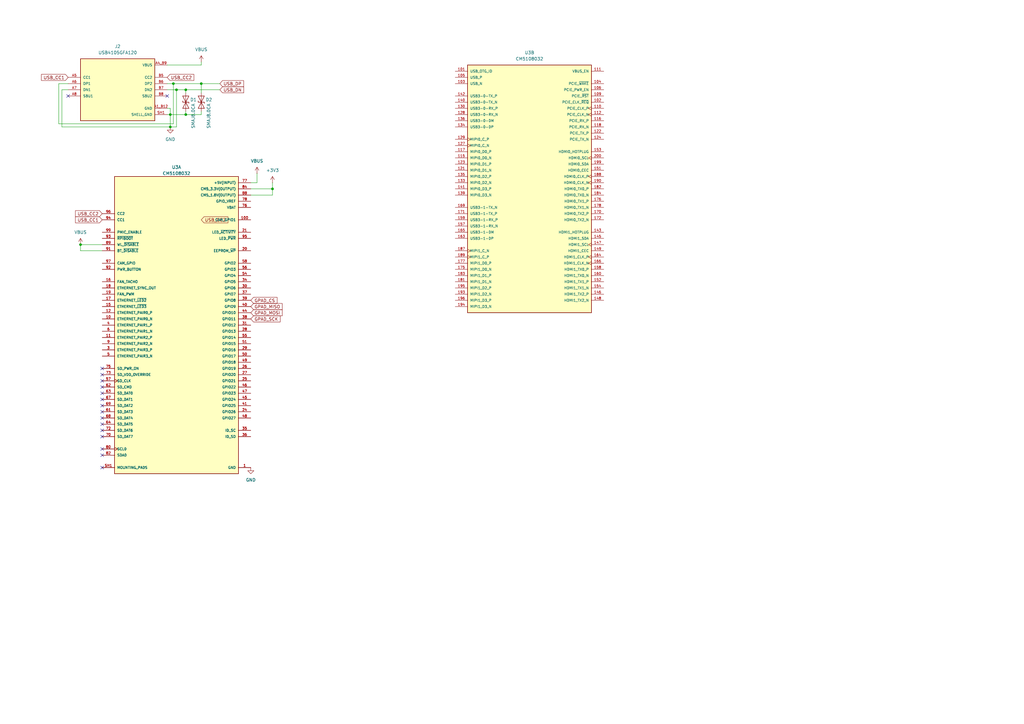
<source format=kicad_sch>
(kicad_sch (version 20250114) (generator "eeschema") (generator_version "9.0")
  (paper "A3")
  (title_block (title "KrabaFlip") (rev "2025.11.27") (company "KrabaTek"))
  (lib_symbols
    (symbol "CM5108032:CM5108032" (pin_names (offset 1.016))
      (property "Reference" "U" (at -25.4 61.722 0))
      (property "Value" "CM5108032" (at -25.4 -61.722 0))
      (symbol "CM5108032_1_0"
        (rectangle (start -25.4 -60.96) (end 25.4 60.96) (stroke (width 0.254)) (fill (type background)))
        (pin bidirectional line (at -30.48 45.72 0) (length 5.08) (name "CC2") (number "96"))
        (pin bidirectional line (at -30.48 43.18 0) (length 5.08) (name "CC1") (number "94"))
        (pin input line (at -30.48 38.1 0) (length 5.08) (name "PMIC_ENABLE") (number "99"))
        (pin input line (at -30.48 35.56 0) (length 5.08) (name "~{RPIBOOT}") (number "93"))
        (pin input line (at -30.48 33.02 0) (length 5.08) (name "WL_~{DISABLE}") (number "89"))
        (pin input line (at -30.48 30.48 0) (length 5.08) (name "BT_~{DISABLE}") (number "91"))
        (pin bidirectional line (at -30.48 25.4 0) (length 5.08) (name "CAM_GPIO") (number "97"))
        (pin input line (at -30.48 22.86 0) (length 5.08) (name "PWR_BUTTON") (number "92"))
        (pin input line (at -30.48 17.78 0) (length 5.08) (name "FAN_TACHO") (number "16"))
        (pin output line (at -30.48 15.24 0) (length 5.08) (name "ETHERNET_SYNC_OUT") (number "18"))
        (pin output line (at -30.48 12.7 0) (length 5.08) (name "FAN_PWM") (number "19"))
        (pin output line (at -30.48 10.16 0) (length 5.08) (name "ETHERNET_~{LED2}") (number "17"))
        (pin output line (at -30.48 7.62 0) (length 5.08) (name "ETHERNET_~{LED3}") (number "15"))
        (pin bidirectional line (at -30.48 5.08 0) (length 5.08) (name "ETHERNET_PAIR0_P") (number "12"))
        (pin bidirectional line (at -30.48 2.54 0) (length 5.08) (name "ETHERNET_PAIR0_N") (number "10"))
        (pin bidirectional line (at -30.48 0 0) (length 5.08) (name "ETHERNET_PAIR1_P") (number "4"))
        (pin bidirectional line (at -30.48 -2.54 0) (length 5.08) (name "ETHERNET_PAIR1_N") (number "6"))
        (pin bidirectional line (at -30.48 -5.08 0) (length 5.08) (name "ETHERNET_PAIR2_P") (number "11"))
        (pin bidirectional line (at -30.48 -7.62 0) (length 5.08) (name "ETHERNET_PAIR2_N") (number "9"))
        (pin bidirectional line (at -30.48 -10.16 0) (length 5.08) (name "ETHERNET_PAIR3_P") (number "3"))
        (pin bidirectional line (at -30.48 -12.7 0) (length 5.08) (name "ETHERNET_PAIR3_N") (number "5"))
        (pin output line (at -30.48 -17.78 0) (length 5.08) (name "SD_PWR_ON") (number "75"))
        (pin input line (at -30.48 -20.32 0) (length 5.08) (name "SD_VDD_OVERRIDE") (number "73"))
        (pin bidirectional clock (at -30.48 -22.86 0) (length 5.08) (name "SD_CLK") (number "57"))
        (pin input line (at -30.48 -25.4 0) (length 5.08) (name "SD_CMD") (number "62"))
        (pin bidirectional line (at -30.48 -27.94 0) (length 5.08) (name "SD_DAT0") (number "63"))
        (pin bidirectional line (at -30.48 -30.48 0) (length 5.08) (name "SD_DAT1") (number "67"))
        (pin bidirectional line (at -30.48 -33.02 0) (length 5.08) (name "SD_DAT2") (number "69"))
        (pin bidirectional line (at -30.48 -35.56 0) (length 5.08) (name "SD_DAT3") (number "61"))
        (pin bidirectional line (at -30.48 -38.1 0) (length 5.08) (name "SD_DAT4") (number "68"))
        (pin bidirectional line (at -30.48 -40.64 0) (length 5.08) (name "SD_DAT5") (number "64"))
        (pin bidirectional line (at -30.48 -43.18 0) (length 5.08) (name "SD_DAT6") (number "72"))
        (pin bidirectional line (at -30.48 -45.72 0) (length 5.08) (name "SD_DAT7") (number "70"))
        (pin input clock (at -30.48 -50.8 0) (length 5.08) (name "SCL0") (number "80"))
        (pin bidirectional line (at -30.48 -53.34 0) (length 5.08) (name "SDA0") (number "82"))
        (pin passive line (at -30.48 -58.42 0) (length 5.08) (name "MOUNTING_PADS") (number "SH1"))
        (pin passive line (at -30.48 -58.42 0) (length 5.08) (hide yes) (name "MOUNTING_PADS") (number "SH2"))
        (pin passive line (at -30.48 -58.42 0) (length 5.08) (hide yes) (name "MOUNTING_PADS") (number "SH3"))
        (pin passive line (at -30.48 -58.42 0) (length 5.08) (hide yes) (name "MOUNTING_PADS") (number "SH4"))
        (pin power_in line (at 30.48 58.42 180) (length 5.08) (name "+5V(INPUT)") (number "77"))
        (pin power_in line (at 30.48 58.42 180) (length 5.08) (hide yes) (name "+5V(INPUT)") (number "79"))
        (pin power_in line (at 30.48 58.42 180) (length 5.08) (hide yes) (name "+5V(INPUT)") (number "81"))
        (pin power_in line (at 30.48 58.42 180) (length 5.08) (hide yes) (name "+5V(INPUT)") (number "83"))
        (pin power_in line (at 30.48 58.42 180) (length 5.08) (hide yes) (name "+5V(INPUT)") (number "85"))
        (pin power_in line (at 30.48 58.42 180) (length 5.08) (hide yes) (name "+5V(INPUT)") (number "87"))
        (pin power_in line (at 30.48 55.88 180) (length 5.08) (name "CM5_3.3V(OUTPUT)") (number "84"))
        (pin power_in line (at 30.48 55.88 180) (length 5.08) (hide yes) (name "CM5_3.3V(OUTPUT)") (number "86"))
        (pin power_in line (at 30.48 53.34 180) (length 5.08) (name "CM5_1.8V(OUTPUT)") (number "88"))
        (pin power_in line (at 30.48 53.34 180) (length 5.08) (hide yes) (name "CM5_1.8V(OUTPUT)") (number "90"))
        (pin power_in line (at 30.48 50.8 180) (length 5.08) (name "GPIO_VREF") (number "78"))
        (pin power_in line (at 30.48 48.26 180) (length 5.08) (name "VBAT") (number "76"))
        (pin output line (at 30.48 43.18 180) (length 5.08) (name "CAM_GPIO1") (number "100"))
        (pin bidirectional line (at 30.48 38.1 180) (length 5.08) (name "LED_~{ACTIVITY}") (number "21"))
        (pin output line (at 30.48 35.56 180) (length 5.08) (name "LED_~{PWR}") (number "95"))
        (pin bidirectional line (at 30.48 30.48 180) (length 5.08) (name "EEPROM_~{WP}") (number "20"))
        (pin bidirectional line (at 30.48 25.4 180) (length 5.08) (name "GPIO2") (number "58"))
        (pin bidirectional line (at 30.48 22.86 180) (length 5.08) (name "GPIO3") (number "56"))
        (pin bidirectional line (at 30.48 20.32 180) (length 5.08) (name "GPIO4") (number "54"))
        (pin bidirectional line (at 30.48 17.78 180) (length 5.08) (name "GPIO5") (number "34"))
        (pin bidirectional line (at 30.48 15.24 180) (length 5.08) (name "GPIO6") (number "30"))
        (pin bidirectional line (at 30.48 12.7 180) (length 5.08) (name "GPIO7") (number "37"))
        (pin bidirectional line (at 30.48 10.16 180) (length 5.08) (name "GPIO8") (number "39"))
        (pin bidirectional line (at 30.48 7.62 180) (length 5.08) (name "GPIO9") (number "40"))
        (pin bidirectional line (at 30.48 5.08 180) (length 5.08) (name "GPIO10") (number "44"))
        (pin bidirectional line (at 30.48 2.54 180) (length 5.08) (name "GPIO11") (number "38"))
        (pin bidirectional line (at 30.48 0 180) (length 5.08) (name "GPIO12") (number "31"))
        (pin bidirectional line (at 30.48 -2.54 180) (length 5.08) (name "GPIO13") (number "28"))
        (pin bidirectional line (at 30.48 -5.08 180) (length 5.08) (name "GPIO14") (number "55"))
        (pin bidirectional line (at 30.48 -7.62 180) (length 5.08) (name "GPIO15") (number "51"))
        (pin bidirectional line (at 30.48 -10.16 180) (length 5.08) (name "GPIO16") (number "29"))
        (pin bidirectional line (at 30.48 -12.7 180) (length 5.08) (name "GPIO17") (number "50"))
        (pin bidirectional line (at 30.48 -15.24 180) (length 5.08) (name "GPIO18") (number "49"))
        (pin bidirectional line (at 30.48 -17.78 180) (length 5.08) (name "GPIO19") (number "26"))
        (pin bidirectional line (at 30.48 -20.32 180) (length 5.08) (name "GPIO20") (number "27"))
        (pin bidirectional line (at 30.48 -22.86 180) (length 5.08) (name "GPIO21") (number "25"))
        (pin bidirectional line (at 30.48 -25.4 180) (length 5.08) (name "GPIO22") (number "46"))
        (pin bidirectional line (at 30.48 -27.94 180) (length 5.08) (name "GPIO23") (number "47"))
        (pin bidirectional line (at 30.48 -30.48 180) (length 5.08) (name "GPIO24") (number "45"))
        (pin bidirectional line (at 30.48 -33.02 180) (length 5.08) (name "GPIO25") (number "41"))
        (pin bidirectional line (at 30.48 -35.56 180) (length 5.08) (name "GPIO26") (number "24"))
        (pin bidirectional line (at 30.48 -38.1 180) (length 5.08) (name "GPIO27") (number "48"))
        (pin bidirectional line (at 30.48 -43.18 180) (length 5.08) (name "ID_SC") (number "35"))
        (pin bidirectional line (at 30.48 -45.72 180) (length 5.08) (name "ID_SD") (number "36"))
        (pin power_in line (at 30.48 -58.42 180) (length 5.08) (name "GND") (number "1"))
        (pin power_in line (at 30.48 -58.42 180) (length 5.08) (hide yes) (name "GND") (number "107"))
        (pin power_in line (at 30.48 -58.42 180) (length 5.08) (hide yes) (name "GND") (number "108"))
        (pin power_in line (at 30.48 -58.42 180) (length 5.08) (hide yes) (name "GND") (number "113"))
        (pin power_in line (at 30.48 -58.42 180) (length 5.08) (hide yes) (name "GND") (number "114"))
        (pin power_in line (at 30.48 -58.42 180) (length 5.08) (hide yes) (name "GND") (number "119"))
        (pin power_in line (at 30.48 -58.42 180) (length 5.08) (hide yes) (name "GND") (number "120"))
        (pin power_in line (at 30.48 -58.42 180) (length 5.08) (hide yes) (name "GND") (number "125"))
        (pin power_in line (at 30.48 -58.42 180) (length 5.08) (hide yes) (name "GND") (number "126"))
        (pin power_in line (at 30.48 -58.42 180) (length 5.08) (hide yes) (name "GND") (number "13"))
        (pin power_in line (at 30.48 -58.42 180) (length 5.08) (hide yes) (name "GND") (number "131"))
        (pin power_in line (at 30.48 -58.42 180) (length 5.08) (hide yes) (name "GND") (number "132"))
        (pin power_in line (at 30.48 -58.42 180) (length 5.08) (hide yes) (name "GND") (number "137"))
        (pin power_in line (at 30.48 -58.42 180) (length 5.08) (hide yes) (name "GND") (number "138"))
        (pin power_in line (at 30.48 -58.42 180) (length 5.08) (hide yes) (name "GND") (number "14"))
        (pin power_in line (at 30.48 -58.42 180) (length 5.08) (hide yes) (name "GND") (number "144"))
        (pin power_in line (at 30.48 -58.42 180) (length 5.08) (hide yes) (name "GND") (number "150"))
        (pin power_in line (at 30.48 -58.42 180) (length 5.08) (hide yes) (name "GND") (number "155"))
        (pin power_in line (at 30.48 -58.42 180) (length 5.08) (hide yes) (name "GND") (number "156"))
        (pin power_in line (at 30.48 -58.42 180) (length 5.08) (hide yes) (name "GND") (number "161"))
        (pin power_in line (at 30.48 -58.42 180) (length 5.08) (hide yes) (name "GND") (number "162"))
        (pin power_in line (at 30.48 -58.42 180) (length 5.08) (hide yes) (name "GND") (number "167"))
        (pin power_in line (at 30.48 -58.42 180) (length 5.08) (hide yes) (name "GND") (number "168"))
        (pin power_in line (at 30.48 -58.42 180) (length 5.08) (hide yes) (name "GND") (number "173"))
        (pin power_in line (at 30.48 -58.42 180) (length 5.08) (hide yes) (name "GND") (number "174"))
        (pin power_in line (at 30.48 -58.42 180) (length 5.08) (hide yes) (name "GND") (number "179"))
        (pin power_in line (at 30.48 -58.42 180) (length 5.08) (hide yes) (name "GND") (number "180"))
        (pin power_in line (at 30.48 -58.42 180) (length 5.08) (hide yes) (name "GND") (number "185"))
        (pin power_in line (at 30.48 -58.42 180) (length 5.08) (hide yes) (name "GND") (number "186"))
        (pin power_in line (at 30.48 -58.42 180) (length 5.08) (hide yes) (name "GND") (number "191"))
        (pin power_in line (at 30.48 -58.42 180) (length 5.08) (hide yes) (name "GND") (number "192"))
        (pin power_in line (at 30.48 -58.42 180) (length 5.08) (hide yes) (name "GND") (number "197"))
        (pin power_in line (at 30.48 -58.42 180) (length 5.08) (hide yes) (name "GND") (number "198"))
        (pin power_in line (at 30.48 -58.42 180) (length 5.08) (hide yes) (name "GND") (number "2"))
        (pin power_in line (at 30.48 -58.42 180) (length 5.08) (hide yes) (name "GND") (number "22"))
        (pin power_in line (at 30.48 -58.42 180) (length 5.08) (hide yes) (name "GND") (number "23"))
        (pin power_in line (at 30.48 -58.42 180) (length 5.08) (hide yes) (name "GND") (number "32"))
        (pin power_in line (at 30.48 -58.42 180) (length 5.08) (hide yes) (name "GND") (number "33"))
        (pin power_in line (at 30.48 -58.42 180) (length 5.08) (hide yes) (name "GND") (number "42"))
        (pin power_in line (at 30.48 -58.42 180) (length 5.08) (hide yes) (name "GND") (number "43"))
        (pin power_in line (at 30.48 -58.42 180) (length 5.08) (hide yes) (name "GND") (number "52"))
        (pin power_in line (at 30.48 -58.42 180) (length 5.08) (hide yes) (name "GND") (number "53"))
        (pin power_in line (at 30.48 -58.42 180) (length 5.08) (hide yes) (name "GND") (number "59"))
        (pin power_in line (at 30.48 -58.42 180) (length 5.08) (hide yes) (name "GND") (number "60"))
        (pin power_in line (at 30.48 -58.42 180) (length 5.08) (hide yes) (name "GND") (number "65"))
        (pin power_in line (at 30.48 -58.42 180) (length 5.08) (hide yes) (name "GND") (number "66"))
        (pin power_in line (at 30.48 -58.42 180) (length 5.08) (hide yes) (name "GND") (number "7"))
        (pin power_in line (at 30.48 -58.42 180) (length 5.08) (hide yes) (name "GND") (number "71"))
        (pin power_in line (at 30.48 -58.42 180) (length 5.08) (hide yes) (name "GND") (number "74"))
        (pin power_in line (at 30.48 -58.42 180) (length 5.08) (hide yes) (name "GND") (number "8"))
        (pin power_in line (at 30.48 -58.42 180) (length 5.08) (hide yes) (name "GND") (number "98"))
      )
      (symbol "CM5108032_2_0"
        (rectangle (start -25.4 -50.8) (end 25.4 50.8) (stroke (width 0.254)) (fill (type background)))
        (pin input line (at -30.48 48.26 0) (length 5.08) (name "USB_OTG_ID") (number "101"))
        (pin bidirectional line (at -30.48 45.72 0) (length 5.08) (name "USB_P") (number "105"))
        (pin bidirectional line (at -30.48 43.18 0) (length 5.08) (name "USB_N") (number "103"))
        (pin bidirectional line (at -30.48 38.1 0) (length 5.08) (name "USB3-0-TX_P") (number "142"))
        (pin bidirectional line (at -30.48 35.56 0) (length 5.08) (name "USB3-0-TX_N") (number "140"))
        (pin bidirectional line (at -30.48 33.02 0) (length 5.08) (name "USB3-0-RX_P") (number "130"))
        (pin bidirectional line (at -30.48 30.48 0) (length 5.08) (name "USB3-0-RX_N") (number "128"))
        (pin bidirectional line (at -30.48 27.94 0) (length 5.08) (name "USB3-0-DM") (number "136"))
        (pin bidirectional line (at -30.48 25.4 0) (length 5.08) (name "USB3-0-DP") (number "134"))
        (pin input clock (at -30.48 20.32 0) (length 5.08) (name "MIPI0_C_P") (number "129"))
        (pin input clock (at -30.48 17.78 0) (length 5.08) (name "MIPI0_C_N") (number "127"))
        (pin input line (at -30.48 15.24 0) (length 5.08) (name "MIPI0_D0_P") (number "117"))
        (pin input line (at -30.48 12.7 0) (length 5.08) (name "MIPI0_D0_N") (number "115"))
        (pin input line (at -30.48 10.16 0) (length 5.08) (name "MIPI0_D1_P") (number "123"))
        (pin input line (at -30.48 7.62 0) (length 5.08) (name "MIPI0_D1_N") (number "121"))
        (pin input line (at -30.48 5.08 0) (length 5.08) (name "MIPI0_D2_P") (number "135"))
        (pin input line (at -30.48 2.54 0) (length 5.08) (name "MIPI0_D2_N") (number "133"))
        (pin input line (at -30.48 0 0) (length 5.08) (name "MIPI0_D3_P") (number "141"))
        (pin input line (at -30.48 -2.54 0) (length 5.08) (name "MIPI0_D3_N") (number "139"))
        (pin bidirectional line (at -30.48 -7.62 0) (length 5.08) (name "USB3-1-TX_N") (number "169"))
        (pin bidirectional line (at -30.48 -10.16 0) (length 5.08) (name "USB3-1-TX_P") (number "171"))
        (pin bidirectional line (at -30.48 -12.7 0) (length 5.08) (name "USB3-1-RX_P") (number "159"))
        (pin bidirectional line (at -30.48 -15.24 0) (length 5.08) (name "USB3-1-RX_N") (number "157"))
        (pin bidirectional line (at -30.48 -17.78 0) (length 5.08) (name "USB3-1-DM") (number "165"))
        (pin bidirectional line (at -30.48 -20.32 0) (length 5.08) (name "USB3-1-DP") (number "163"))
        (pin output clock (at -30.48 -25.4 0) (length 5.08) (name "MIPI1_C_N") (number "187"))
        (pin output clock (at -30.48 -27.94 0) (length 5.08) (name "MIPI1_C_P") (number "189"))
        (pin output line (at -30.48 -30.48 0) (length 5.08) (name "MIPI1_D0_P") (number "177"))
        (pin output line (at -30.48 -33.02 0) (length 5.08) (name "MIPI1_D0_N") (number "175"))
        (pin output line (at -30.48 -35.56 0) (length 5.08) (name "MIPI1_D1_P") (number "183"))
        (pin output line (at -30.48 -38.1 0) (length 5.08) (name "MIPI1_D1_N") (number "181"))
        (pin output line (at -30.48 -40.64 0) (length 5.08) (name "MIPI1_D2_P") (number "195"))
        (pin output line (at -30.48 -43.18 0) (length 5.08) (name "MIPI1_D2_N") (number "193"))
        (pin output line (at -30.48 -45.72 0) (length 5.08) (name "MIPI1_D3_P") (number "196"))
        (pin output line (at -30.48 -48.26 0) (length 5.08) (name "MIPI1_D3_N") (number "194"))
        (pin output line (at 30.48 48.26 180) (length 5.08) (name "VBUS_EN") (number "111"))
        (pin input line (at 30.48 43.18 180) (length 5.08) (name "PCIE_~{WAKE}") (number "104"))
        (pin output line (at 30.48 40.64 180) (length 5.08) (name "PCIE_PWR_EN") (number "106"))
        (pin output line (at 30.48 38.1 180) (length 5.08) (name "PCIE_~{RST}") (number "109"))
        (pin input line (at 30.48 35.56 180) (length 5.08) (name "PCIE_CLK_~{REQ}") (number "102"))
        (pin output clock (at 30.48 33.02 180) (length 5.08) (name "PCIE_CLK_P") (number "110"))
        (pin output clock (at 30.48 30.48 180) (length 5.08) (name "PCIE_CLK_N") (number "112"))
        (pin input line (at 30.48 27.94 180) (length 5.08) (name "PCIE_RX_P") (number "116"))
        (pin input line (at 30.48 25.4 180) (length 5.08) (name "PCIE_RX_N") (number "118"))
        (pin output line (at 30.48 22.86 180) (length 5.08) (name "PCIE_TX_P") (number "122"))
        (pin output line (at 30.48 20.32 180) (length 5.08) (name "PCIE_TX_N") (number "124"))
        (pin input line (at 30.48 15.24 180) (length 5.08) (name "HDMI0_HOTPLUG") (number "153"))
        (pin bidirectional clock (at 30.48 12.7 180) (length 5.08) (name "HDMI0_SCL") (number "200"))
        (pin bidirectional line (at 30.48 10.16 180) (length 5.08) (name "HDMI0_SDA") (number "199"))
        (pin input line (at 30.48 7.62 180) (length 5.08) (name "HDMI0_CEC") (number "151"))
        (pin output clock (at 30.48 5.08 180) (length 5.08) (name "HDMI0_CLK_P") (number "188"))
        (pin output clock (at 30.48 2.54 180) (length 5.08) (name "HDMI0_CLK_N") (number "190"))
        (pin output line (at 30.48 0 180) (length 5.08) (name "HDMI0_TX0_P") (number "182"))
        (pin output line (at 30.48 -2.54 180) (length 5.08) (name "HDMI0_TX0_N") (number "184"))
        (pin output line (at 30.48 -5.08 180) (length 5.08) (name "HDMI0_TX1_P") (number "176"))
        (pin output line (at 30.48 -7.62 180) (length 5.08) (name "HDMI0_TX1_N") (number "178"))
        (pin output line (at 30.48 -10.16 180) (length 5.08) (name "HDMI0_TX2_P") (number "170"))
        (pin output line (at 30.48 -12.7 180) (length 5.08) (name "HDMI0_TX2_N") (number "172"))
        (pin input line (at 30.48 -17.78 180) (length 5.08) (name "HDMI1_HOTPLUG") (number "143"))
        (pin bidirectional line (at 30.48 -20.32 180) (length 5.08) (name "HDMI1_SDA") (number "145"))
        (pin bidirectional clock (at 30.48 -22.86 180) (length 5.08) (name "HDMI1_SCL") (number "147"))
        (pin input line (at 30.48 -25.4 180) (length 5.08) (name "HDMI1_CEC") (number "149"))
        (pin output clock (at 30.48 -27.94 180) (length 5.08) (name "HDMI1_CLK_P") (number "164"))
        (pin output clock (at 30.48 -30.48 180) (length 5.08) (name "HDMI1_CLK_N") (number "166"))
        (pin output line (at 30.48 -33.02 180) (length 5.08) (name "HDMI1_TX0_P") (number "158"))
        (pin output line (at 30.48 -35.56 180) (length 5.08) (name "HDMI1_TX0_N") (number "160"))
        (pin output line (at 30.48 -38.1 180) (length 5.08) (name "HDMI1_TX1_P") (number "152"))
        (pin output line (at 30.48 -40.64 180) (length 5.08) (name "HDMI1_TX1_N") (number "154"))
        (pin output line (at 30.48 -43.18 180) (length 5.08) (name "HDMI1_TX2_P") (number "146"))
        (pin output line (at 30.48 -45.72 180) (length 5.08) (name "HDMI1_TX2_N") (number "148"))
      )
    )
    (symbol "Diode:SMAJ8.0CA" (pin_numbers (hide yes)) (pin_names (offset 1.016) (hide yes))
      (property "Reference" "D" (at 0 2.54 0))
      (property "Value" "SMAJ8.0CA" (at 0 -2.54 0))
      (symbol "SMAJ8.0CA_0_1"
        (polyline (pts (xy -2.54 -1.27) (xy 0 0) (xy -2.54 1.27) (xy -2.54 -1.27)) (stroke (width 0.2032)))
        (polyline (pts (xy 0.508 1.27) (xy 0 1.27) (xy 0 -1.27) (xy -0.508 -1.27)) (stroke (width 0.2032)))
        (polyline (pts (xy 1.27 0) (xy -1.27 0)))
        (polyline (pts (xy 2.54 1.27) (xy 2.54 -1.27) (xy 0 0) (xy 2.54 1.27)) (stroke (width 0.2032)))
      )
      (symbol "SMAJ8.0CA_1_1"
        (pin passive line (at -3.81 0 0) (length 2.54) (name "A1") (number "1"))
        (pin passive line (at 3.81 0 180) (length 2.54) (name "A2") (number "2"))
      )
    )
    (symbol "USB4105GFA120:USB4105GFA120" (pin_names (offset 1.016))
      (property "Reference" "J" (at -15.24 13.97 0))
      (property "Value" "USB4105GFA120" (at -15.24 -15.24 0))
      (symbol "USB4105GFA120_0_0"
        (rectangle (start -15.24 -12.7) (end 15.24 12.7) (stroke (width 0.254)) (fill (type background)))
        (pin bidirectional line (at -20.32 5.08 0) (length 5.08) (name "CC1") (number "A5"))
        (pin bidirectional line (at -20.32 2.54 0) (length 5.08) (name "DP1") (number "A6"))
        (pin bidirectional line (at -20.32 0 0) (length 5.08) (name "DN1") (number "A7"))
        (pin bidirectional line (at -20.32 -2.54 0) (length 5.08) (name "SBU1") (number "A8"))
        (pin power_in line (at 20.32 10.16 180) (length 5.08) (name "VBUS") (number "A4_B9"))
        (pin power_in line (at 20.32 10.16 180) (length 5.08) (hide yes) (name "VBUS") (number "B4_A9"))
        (pin bidirectional line (at 20.32 5.08 180) (length 5.08) (name "CC2") (number "B5"))
        (pin bidirectional line (at 20.32 2.54 180) (length 5.08) (name "DP2") (number "B6"))
        (pin bidirectional line (at 20.32 0 180) (length 5.08) (name "DN2") (number "B7"))
        (pin bidirectional line (at 20.32 -2.54 180) (length 5.08) (name "SBU2") (number "B8"))
        (pin power_in line (at 20.32 -7.62 180) (length 5.08) (name "GND") (number "A1_B12"))
        (pin power_in line (at 20.32 -7.62 180) (length 5.08) (hide yes) (name "GND") (number "B1_A12"))
        (pin power_in line (at 20.32 -10.16 180) (length 5.08) (name "SHELL_GND") (number "SH1"))
        (pin power_in line (at 20.32 -10.16 180) (length 5.08) (hide yes) (name "SHELL_GND") (number "SH2"))
        (pin power_in line (at 20.32 -10.16 180) (length 5.08) (hide yes) (name "SHELL_GND") (number "SH3"))
        (pin power_in line (at 20.32 -10.16 180) (length 5.08) (hide yes) (name "SHELL_GND") (number "SH4"))
      )
    )
    (symbol "power:+3V3" (power) (pin_numbers (hide yes)) (pin_names (offset 0) (hide yes))
      (property "Value" "+3V3" (at 0 3.556 0))
      (symbol "+3V3_0_1"
        (polyline (pts (xy -0.762 1.27) (xy 0 2.54)))
        (polyline (pts (xy 0 2.54) (xy 0.762 1.27)))
        (polyline (pts (xy 0 0) (xy 0 2.54)))
      )
      (symbol "+3V3_1_1"
        (pin power_in line (at 0 0 90) (length 0) (name "~") (number "1"))
      )
    )
    (symbol "power:GND" (power) (pin_numbers (hide yes)) (pin_names (offset 0) (hide yes))
      (property "Value" "GND" (at 0 -3.81 0))
      (symbol "GND_0_1"
        (polyline (pts (xy 0 0) (xy 0 -1.27) (xy 1.27 -1.27) (xy 0 -2.54) (xy -1.27 -1.27) (xy 0 -1.27)))
      )
      (symbol "GND_1_1"
        (pin power_in line (at 0 0 270) (length 0) (name "~") (number "1"))
      )
    )
    (symbol "power:VBUS" (power) (pin_numbers (hide yes)) (pin_names (offset 0) (hide yes))
      (property "Value" "VBUS" (at 0 3.556 0))
      (symbol "VBUS_0_1"
        (polyline (pts (xy -0.762 1.27) (xy 0 2.54)))
        (polyline (pts (xy 0 2.54) (xy 0.762 1.27)))
        (polyline (pts (xy 0 0) (xy 0 2.54)))
      )
      (symbol "VBUS_1_1"
        (pin power_in line (at 0 0 90) (length 0) (name "~") (number "1"))
      )
    )
  )
  (junction (at 72.39 36.83))
  (junction (at 33.02 100.33))
  (junction (at 111.76 77.47))
  (junction (at 76.2 36.83))
  (junction (at 71.12 34.29))
  (junction (at 69.85 46.99))
  (junction (at 82.55 34.29))
  (junction (at 69.85 52.07))
  (junction (at 76.2 46.99))
  (no_connect (at 41.91 191.77))
  (no_connect (at 41.91 151.13))
  (no_connect (at 41.91 179.07))
  (no_connect (at 41.91 171.45))
  (no_connect (at 41.91 163.83))
  (no_connect (at 41.91 184.15))
  (no_connect (at 41.91 173.99))
  (no_connect (at 41.91 156.21))
  (no_connect (at 41.91 168.91))
  (no_connect (at 41.91 186.69))
  (no_connect (at 27.94 39.37))
  (no_connect (at 41.91 166.37))
  (no_connect (at 68.58 39.37))
  (no_connect (at 41.91 158.75))
  (no_connect (at 41.91 153.67))
  (no_connect (at 41.91 161.29))
  (no_connect (at 41.91 176.53))
  (wire (pts (xy 82.55 34.29) (xy 82.55 38.1)))
  (wire (pts (xy 72.39 52.07) (xy 72.39 36.83)))
  (wire (pts (xy 102.87 80.01) (xy 111.76 80.01)))
  (wire (pts (xy 71.12 34.29) (xy 82.55 34.29)))
  (wire (pts (xy 102.87 77.47) (xy 111.76 77.47)))
  (wire (pts (xy 76.2 36.83) (xy 76.2 38.1)))
  (wire (pts (xy 68.58 46.99) (xy 69.85 46.99)))
  (wire (pts (xy 68.58 36.83) (xy 72.39 36.83)))
  (wire (pts (xy 33.02 102.87) (xy 33.02 100.33)))
  (wire (pts (xy 102.87 74.93) (xy 105.41 74.93)))
  (wire (pts (xy 82.55 34.29) (xy 90.17 34.29)))
  (wire (pts (xy 72.39 36.83) (xy 76.2 36.83)))
  (wire (pts (xy 111.76 80.01) (xy 111.76 77.47)))
  (wire (pts (xy 71.12 50.8) (xy 71.12 34.29)))
  (wire (pts (xy 25.4 52.07) (xy 69.85 52.07)))
  (wire (pts (xy 33.02 100.33) (xy 41.91 100.33)))
  (wire (pts (xy 24.13 34.29) (xy 24.13 50.8)))
  (wire (pts (xy 69.85 52.07) (xy 72.39 52.07)))
  (wire (pts (xy 24.13 50.8) (xy 71.12 50.8)))
  (wire (pts (xy 69.85 46.99) (xy 76.2 46.99)))
  (wire (pts (xy 69.85 44.45) (xy 69.85 46.99)))
  (wire (pts (xy 82.55 26.67) (xy 82.55 25.4)))
  (wire (pts (xy 68.58 26.67) (xy 82.55 26.67)))
  (wire (pts (xy 27.94 36.83) (xy 25.4 36.83)))
  (wire (pts (xy 105.41 74.93) (xy 105.41 71.12)))
  (wire (pts (xy 76.2 46.99) (xy 82.55 46.99)))
  (wire (pts (xy 27.94 34.29) (xy 24.13 34.29)))
  (wire (pts (xy 69.85 46.99) (xy 69.85 52.07)))
  (wire (pts (xy 68.58 34.29) (xy 71.12 34.29)))
  (wire (pts (xy 68.58 44.45) (xy 69.85 44.45)))
  (wire (pts (xy 41.91 102.87) (xy 33.02 102.87)))
  (wire (pts (xy 76.2 45.72) (xy 76.2 46.99)))
  (wire (pts (xy 25.4 36.83) (xy 25.4 52.07)))
  (wire (pts (xy 111.76 77.47) (xy 111.76 74.93)))
  (wire (pts (xy 76.2 36.83) (xy 90.17 36.83)))
  (wire (pts (xy 82.55 45.72) (xy 82.55 46.99)))
  (global_label "USB_CC2" (shape input) (at 82.55 90.17 0) (property "Intersheetrefs" "${INTERSHEET_REFS}" (effects (hide yes))))
  (global_label "GPAD_SCK" (shape input) (at 102.87 130.81 0) (property "Intersheetrefs" "${INTERSHEET_REFS}" (effects (hide yes))))
  (global_label "USB_DP" (shape input) (at 90.17 34.29 0) (property "Intersheetrefs" "${INTERSHEET_REFS}" (effects (hide yes))))
  (global_label "GPAD_MISO" (shape input) (at 102.87 125.73 0) (property "Intersheetrefs" "${INTERSHEET_REFS}" (effects (hide yes))))
  (global_label "USB_CC1" (shape input) (at 41.91 90.17 180) (property "Intersheetrefs" "${INTERSHEET_REFS}" (effects (hide yes))))
  (global_label "USB_CC2" (shape input) (at 68.58 31.75 0) (property "Intersheetrefs" "${INTERSHEET_REFS}" (effects (hide yes))))
  (global_label "USB_CC1" (shape input) (at 27.94 31.75 180) (property "Intersheetrefs" "${INTERSHEET_REFS}" (effects (hide yes))))
  (global_label "GPAD_MOSI" (shape input) (at 102.87 128.27 0) (property "Intersheetrefs" "${INTERSHEET_REFS}" (effects (hide yes))))
  (global_label "GPAD_CS" (shape input) (at 102.87 123.19 0) (property "Intersheetrefs" "${INTERSHEET_REFS}" (effects (hide yes))))
  (global_label "USB_DN" (shape input) (at 90.17 36.83 0) (property "Intersheetrefs" "${INTERSHEET_REFS}" (effects (hide yes))))
  (global_label "USB_CC2" (shape input) (at 41.91 87.63 180) (property "Intersheetrefs" "${INTERSHEET_REFS}" (effects (hide yes))))
  (symbol (lib_id "power:VBUS") (at 82.55 25.4 0) (unit 1)
    (property "Reference" "#PWR02" (effects (hide yes)))
    (property "Value" "VBUS" (at 82.55 20.32 0))
    (property "Description" "Power symbol creates a global label with name \"VBUS\"" (effects (hide yes)))
  )
  (symbol (lib_id "power:VBUS") (at 105.41 71.12 0) (unit 1)
    (property "Reference" "#PWR017" (effects (hide yes)))
    (property "Value" "VBUS" (at 105.41 66.04 0))
    (property "Description" "Power symbol creates a global label with name \"VBUS\"" (effects (hide yes)))
  )
  (symbol (lib_id "Diode:SMAJ8.0CA") (at 76.2 41.91 90) (unit 1)
    (property "Reference" "D1" (at 77.978 40.894 90) (effects (justify right)))
    (property "Value" "SMAJ8.0CA" (at 79.248 42.418 0) (effects (justify right)))
    (property "Footprint" "Diode_SMD:D_SMA" (effects (hide yes)))
    (property "Datasheet" "https://www.littelfuse.com/media?resourcetype=datasheets&itemid=75e32973-b177-4ee3-a0ff-cedaf1abdb93&filename=smaj-datasheet" (effects (hide yes)))
    (property "Description" "400W bidirectional Transient Voltage Suppressor, 8.0Vr, SMA(DO-214AC)" (effects (hide yes)))
  )
  (symbol (lib_id "Diode:SMAJ8.0CA") (at 82.55 41.91 90) (unit 1)
    (property "Reference" "D2" (at 84.328 40.894 90) (effects (justify right)))
    (property "Value" "SMAJ8.0CA" (at 85.598 42.418 0) (effects (justify right)))
    (property "Footprint" "Diode_SMD:D_SMA" (effects (hide yes)))
    (property "Datasheet" "https://www.littelfuse.com/media?resourcetype=datasheets&itemid=75e32973-b177-4ee3-a0ff-cedaf1abdb93&filename=smaj-datasheet" (effects (hide yes)))
    (property "Description" "400W bidirectional Transient Voltage Suppressor, 8.0Vr, SMA(DO-214AC)" (effects (hide yes)))
  )
  (symbol (lib_id "power:VBUS") (at 33.02 100.33 0) (unit 1)
    (property "Reference" "#PWR09" (effects (hide yes)))
    (property "Value" "VBUS" (at 33.02 95.25 0))
    (property "Description" "Power symbol creates a global label with name \"VBUS\"" (effects (hide yes)))
  )
  (symbol (lib_id "power:GND") (at 102.87 191.77 0) (unit 1)
    (property "Reference" "#PWR010" (effects (hide yes)))
    (property "Value" "GND" (at 102.87 196.85 0))
    (property "Description" "Power symbol creates a global label with name \"GND\" , ground" (effects (hide yes)))
  )
  (symbol (lib_id "power:GND") (at 69.85 52.07 0) (unit 1)
    (property "Reference" "#PWR01" (effects (hide yes)))
    (property "Value" "GND" (at 69.85 57.15 0))
    (property "Description" "Power symbol creates a global label with name \"GND\" , ground" (effects (hide yes)))
  )
  (symbol (lib_id "CM5108032:CM5108032") (at 72.39 133.35 0) (unit 1)
    (property "Reference" "U3" (at 72.39 68.58 0))
    (property "Value" "CM5108032" (at 72.39 71.12 0))
    (property "Footprint" "CM5108032:MODULE_CM5108032" (effects (hide yes)))
    (property "MF" "Raspberry Pi" (effects (hide yes)))
    (property "MAXIMUM_PACKAGE_HEIGHT" "7.44mm" (effects (hide yes)))
    (property "Package" "None" (effects (hide yes)))
    (property "Price" "None" (effects (hide yes)))
    (property "Check_prices" "https://www.snapeda.com/parts/CM5108032/Raspberry+Pi/view-part/?ref=eda" (effects (hide yes)))
    (property "STANDARD" "Manufacturer Recommendations" (effects (hide yes)))
    (property "PARTREV" "2024-11-27" (effects (hide yes)))
    (property "SnapEDA_Link" "https://www.snapeda.com/parts/CM5108032/Raspberry+Pi/view-part/?ref=snap" (effects (hide yes)))
    (property "MP" "CM5108032" (effects (hide yes)))
    (property "Description_1" "Raspberry Compute Module 5, 8GB RAM, 32GB eMMC, Wireless" (effects (hide yes)))
    (property "Availability" "In Stock" (effects (hide yes)))
    (property "MANUFACTURER" "Raspberry Pi" (effects (hide yes)))
  )
  (symbol (lib_id "CM5108032:CM5108032") (at 217.17 77.47 0) (unit 2)
    (property "Reference" "U3" (at 217.17 21.59 0))
    (property "Value" "CM5108032" (at 217.17 24.13 0))
    (property "Footprint" "CM5108032:MODULE_CM5108032" (effects (hide yes)))
    (property "MF" "Raspberry Pi" (effects (hide yes)))
    (property "MAXIMUM_PACKAGE_HEIGHT" "7.44mm" (effects (hide yes)))
    (property "Package" "None" (effects (hide yes)))
    (property "Price" "None" (effects (hide yes)))
    (property "Check_prices" "https://www.snapeda.com/parts/CM5108032/Raspberry+Pi/view-part/?ref=eda" (effects (hide yes)))
    (property "STANDARD" "Manufacturer Recommendations" (effects (hide yes)))
    (property "PARTREV" "2024-11-27" (effects (hide yes)))
    (property "SnapEDA_Link" "https://www.snapeda.com/parts/CM5108032/Raspberry+Pi/view-part/?ref=snap" (effects (hide yes)))
    (property "MP" "CM5108032" (effects (hide yes)))
    (property "Description_1" "Raspberry Compute Module 5, 8GB RAM, 32GB eMMC, Wireless" (effects (hide yes)))
    (property "Availability" "In Stock" (effects (hide yes)))
    (property "MANUFACTURER" "Raspberry Pi" (effects (hide yes)))
  )
  (symbol (lib_id "power:+3V3") (at 111.76 74.93 0) (unit 1)
    (property "Reference" "#PWR08" (effects (hide yes)))
    (property "Value" "+3V3" (at 111.76 69.85 0))
    (property "Description" "Power symbol creates a global label with name \"+3V3\"" (effects (hide yes)))
  )
  (symbol (lib_id "USB4105GFA120:USB4105GFA120") (at 48.26 36.83 0) (unit 1)
    (property "Reference" "J2" (at 48.26 19.05 0))
    (property "Value" "USB4105GFA120" (at 48.26 21.59 0))
    (property "Footprint" "USB4105GFA120:GCT_USB4105GFA120" (effects (hide yes)))
    (property "DigiKey_Part_Number" "2073-USB4105-GF-A-120CT-ND" (effects (hide yes)))
    (property "SnapEDA_Link" "https://www.snapeda.com/parts/USB4105GFA120/Global+Connector+Technology/view-part/?ref=snap" (effects (hide yes)))
    (property "MAXIMUM_PACKAGE_HEIGHT" "3.31mm" (effects (hide yes)))
    (property "Package" "None" (effects (hide yes)))
    (property "Check_prices" "https://www.snapeda.com/parts/USB4105GFA120/Global+Connector+Technology/view-part/?ref=eda" (effects (hide yes)))
    (property "STANDARD" "Manufacturer Recommendations" (effects (hide yes)))
    (property "PARTREV" "B3" (effects (hide yes)))
    (property "MF" "Global Connector Technology" (effects (hide yes)))
    (property "MP" "USB4105GFA120" (effects (hide yes)))
    (property "Description_1" "USB CONN, 2.0 TYPE C, RCPT, 16POS, SMT; USB Connector Type:USB Type C; USB Standard:USB 2.0; Gender:Receptacle; No. of Positions:16Positions; Connector Mounting:Surface Mount, Through Hole Mount; Orientation:Right Angle RoHS Compliant: Yes" (effects (hide yes)))
    (property "MANUFACTURER" "Global Connector Technology" (effects (hide yes)))
  )
)
</source>
